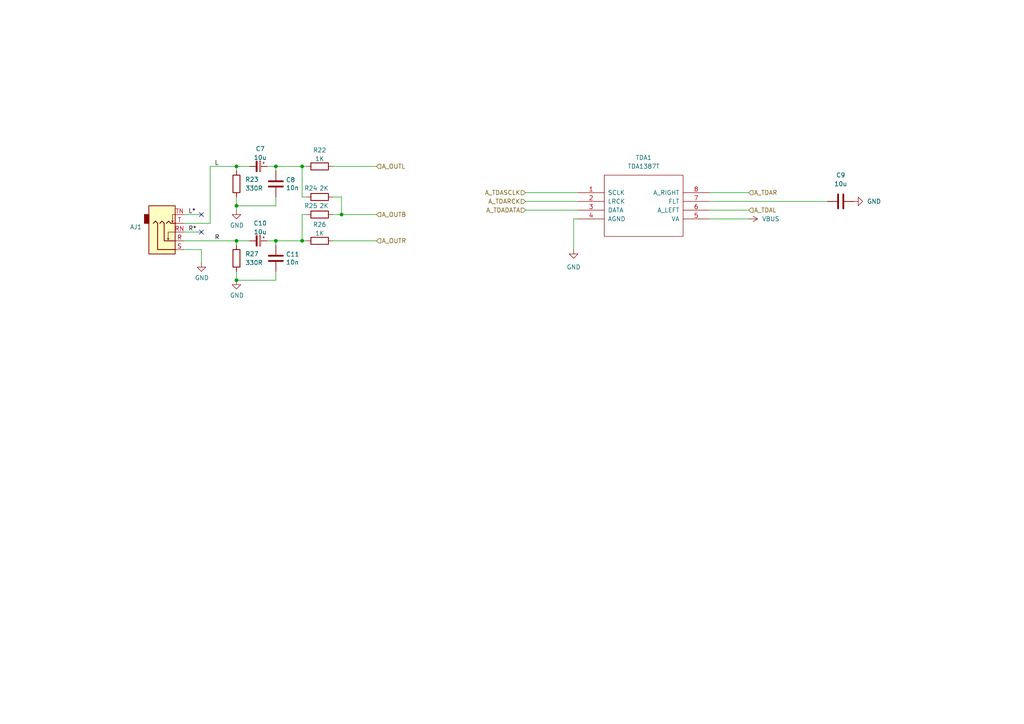
<source format=kicad_sch>
(kicad_sch (version 20250114) (generator "eeschema") (generator_version "9.0")
  (paper "A4")
  (title_block (title "FRANK M1") (date "2025-03-03") (rev "1.14") (company "Mikhail Matveev") (comment 1 "https://github.com/xtremespb/frank"))
  (lib_symbols
    (symbol "Device:C" (pin_numbers (hide yes)) (pin_names (offset 0.254))
      (property "Reference" "C" (at 0.635 2.54 0))
      (property "Value" "C" (at 0.635 -2.54 0))
      (symbol "C_0_1"
        (polyline (pts (xy -2.032 0.762) (xy 2.032 0.762)) (stroke (width 0.508)))
        (polyline (pts (xy -2.032 -0.762) (xy 2.032 -0.762)) (stroke (width 0.508)))
      )
      (symbol "C_1_1"
        (pin passive line (at 0 3.81 270) (length 2.794) (name "~") (number "1"))
        (pin passive line (at 0 -3.81 90) (length 2.794) (name "~") (number "2"))
      )
    )
    (symbol "Device:C_Polarized_Small" (pin_numbers (hide yes)) (pin_names (offset 0.254) (hide yes))
      (property "Reference" "C" (at 0.254 1.778 0))
      (property "Value" "C_Polarized_Small" (at 0.254 -2.032 0))
      (symbol "C_Polarized_Small_0_1"
        (rectangle (start -1.524 0.6858) (end 1.524 0.3048))
        (rectangle (start -1.524 -0.3048) (end 1.524 -0.6858) (fill (type outline)))
        (polyline (pts (xy -1.27 1.524) (xy -0.762 1.524)))
        (polyline (pts (xy -1.016 1.27) (xy -1.016 1.778)))
      )
      (symbol "C_Polarized_Small_1_1"
        (pin passive line (at 0 2.54 270) (length 1.8542) (name "~") (number "1"))
        (pin passive line (at 0 -2.54 90) (length 1.8542) (name "~") (number "2"))
      )
    )
    (symbol "Device:R" (pin_numbers (hide yes)) (pin_names (offset 0))
      (property "Reference" "R" (at 2.032 0 90))
      (property "Value" "R" (at 0 0 90))
      (symbol "R_0_1"
        (rectangle (start -1.016 -2.54) (end 1.016 2.54) (stroke (width 0.254)))
      )
      (symbol "R_1_1"
        (pin passive line (at 0 3.81 270) (length 1.27) (name "~") (number "1"))
        (pin passive line (at 0 -3.81 90) (length 1.27) (name "~") (number "2"))
      )
    )
    (symbol "FRANK:AudioJack_3.5mm"
      (property "Reference" "AJ2" (at -7.1119 -4.0097 0))
      (symbol "AudioJack_3.5mm_0_1"
        (rectangle (start -5.08 -5.08) (end -6.35 -7.62) (stroke (width 0.254)) (fill (type outline)))
        (polyline (pts (xy -1.905 -5.08) (xy -1.27 -5.715) (xy -0.635 -5.08) (xy -0.635 0) (xy 2.54 0)) (stroke (width 0.254)))
        (polyline (pts (xy 0 -5.08) (xy 0.635 -5.715) (xy 1.27 -5.08) (xy 2.54 -5.08)) (stroke (width 0.254)))
        (polyline (pts (xy 0.508 -0.254) (xy 0.762 -0.762)))
        (polyline (pts (xy 1.778 -5.334) (xy 2.032 -5.842)))
        (rectangle (start 2.54 3.81) (end -5.08 -10.16) (stroke (width 0.254)) (fill (type background)))
        (polyline (pts (xy 2.54 2.54) (xy -2.54 2.54) (xy -2.54 -5.08) (xy -3.175 -5.715) (xy -3.81 -5.08)) (stroke (width 0.254)))
        (polyline (pts (xy 2.54 -2.54) (xy 0.508 -2.54) (xy 0.508 -0.254) (xy 0.254 -0.762)))
        (polyline (pts (xy 2.54 -7.62) (xy 1.778 -7.62) (xy 1.778 -5.334) (xy 1.524 -5.842)))
      )
      (symbol "AudioJack_3.5mm_1_1"
        (pin passive line (at 5.08 2.54 180) (length 2.54) (name "~") (number "S"))
        (pin passive line (at 5.08 0 180) (length 2.54) (name "~") (number "R"))
        (pin passive line (at 5.08 -2.54 180) (length 2.54) (name "~") (number "RN"))
        (pin passive line (at 5.08 -5.08 180) (length 2.54) (name "~") (number "T"))
        (pin passive line (at 5.08 -7.62 180) (length 2.54) (name "~") (number "TN"))
      )
    )
    (symbol "FRANK:TDA1387T" (pin_names (offset 1.016))
      (property "Reference" "TDA1" (at 0 13.97 0))
      (property "Value" "TDA1387T" (at 0 11.43 0))
      (symbol "TDA1387T_1_0"
        (rectangle (start -11.43 -8.89) (end 11.43 8.89))
      )
      (symbol "TDA1387T_1_1"
        (pin input line (at -19.05 3.81 0) (length 7.62) (name "SCLK") (number "1"))
        (pin input line (at -19.05 1.27 0) (length 7.62) (name "LRCK") (number "2"))
        (pin input line (at -19.05 -1.27 0) (length 7.62) (name "DATA") (number "3"))
        (pin input line (at -19.05 -3.81 0) (length 7.62) (name "AGND") (number "4"))
        (pin input line (at 19.05 3.81 180) (length 7.62) (name "A_RIGHT") (number "8"))
        (pin input line (at 19.05 1.27 180) (length 7.62) (name "FLT") (number "7"))
        (pin input line (at 19.05 -1.27 180) (length 7.62) (name "A_LEFT") (number "6"))
        (pin input line (at 19.05 -3.81 180) (length 7.62) (name "VA") (number "5"))
      )
    )
    (symbol "GND_1" (power) (pin_numbers (hide yes)) (pin_names (offset 0) (hide yes))
      (property "Value" "GND" (at 0 -3.81 0))
      (symbol "GND_1_0_1"
        (polyline (pts (xy 0 0) (xy 0 -1.27) (xy 1.27 -1.27) (xy 0 -2.54) (xy -1.27 -1.27) (xy 0 -1.27)))
      )
      (symbol "GND_1_1_1"
        (pin power_in line (at 0 0 270) (length 0) (name "~") (number "1"))
      )
    )
    (symbol "GND_2" (power) (pin_numbers (hide yes)) (pin_names (offset 0) (hide yes))
      (property "Value" "GND" (at 0 -3.81 0))
      (symbol "GND_2_0_1"
        (polyline (pts (xy 0 0) (xy 0 -1.27) (xy 1.27 -1.27) (xy 0 -2.54) (xy -1.27 -1.27) (xy 0 -1.27)))
      )
      (symbol "GND_2_1_1"
        (pin power_in line (at 0 0 270) (length 0) (name "~") (number "1"))
      )
    )
    (symbol "GND_3" (power) (pin_numbers (hide yes)) (pin_names (offset 0) (hide yes))
      (property "Value" "GND" (at 0 -3.81 0))
      (symbol "GND_3_0_1"
        (polyline (pts (xy 0 0) (xy 0 -1.27) (xy 1.27 -1.27) (xy 0 -2.54) (xy -1.27 -1.27) (xy 0 -1.27)))
      )
      (symbol "GND_3_1_1"
        (pin power_in line (at 0 0 270) (length 0) (name "~") (number "1"))
      )
    )
    (symbol "GND_6" (power) (pin_numbers (hide yes)) (pin_names (offset 0) (hide yes))
      (property "Value" "GND" (at 0 -3.81 0))
      (symbol "GND_6_0_1"
        (polyline (pts (xy 0 0) (xy 0 -1.27) (xy 1.27 -1.27) (xy 0 -2.54) (xy -1.27 -1.27) (xy 0 -1.27)))
      )
      (symbol "GND_6_1_1"
        (pin power_in line (at 0 0 270) (length 0) (name "~") (number "1"))
      )
    )
    (symbol "power:GND" (power) (pin_numbers (hide yes)) (pin_names (offset 0) (hide yes))
      (property "Value" "GND" (at 0 -3.81 0))
      (symbol "GND_0_1"
        (polyline (pts (xy 0 0) (xy 0 -1.27) (xy 1.27 -1.27) (xy 0 -2.54) (xy -1.27 -1.27) (xy 0 -1.27)))
      )
      (symbol "GND_1_1"
        (pin power_in line (at 0 0 270) (length 0) (name "~") (number "1"))
      )
    )
    (symbol "power:VBUS" (power) (pin_numbers (hide yes)) (pin_names (offset 0) (hide yes))
      (property "Value" "VBUS" (at 0 3.556 0))
      (symbol "VBUS_0_1"
        (polyline (pts (xy -0.762 1.27) (xy 0 2.54)))
        (polyline (pts (xy 0 2.54) (xy 0.762 1.27)))
        (polyline (pts (xy 0 0) (xy 0 2.54)))
      )
      (symbol "VBUS_1_1"
        (pin power_in line (at 0 0 90) (length 0) (name "~") (number "1"))
      )
    )
  )
  (junction (at 68.58 48.26))
  (junction (at 87.63 69.85))
  (junction (at 68.58 59.69))
  (junction (at 99.06 62.23))
  (junction (at 68.58 81.28))
  (junction (at 80.01 69.85))
  (junction (at 68.58 69.85))
  (junction (at 87.63 48.26))
  (junction (at 80.01 48.26))
  (no_connect (at 58.42 62.23))
  (no_connect (at 58.42 67.31))
  (wire (pts (xy 80.01 69.85) (xy 87.63 69.85)))
  (wire (pts (xy 80.01 69.85) (xy 77.47 69.85)))
  (wire (pts (xy 80.01 48.26) (xy 87.63 48.26)))
  (wire (pts (xy 60.96 48.26) (xy 68.58 48.26)))
  (wire (pts (xy 152.4 55.88) (xy 167.64 55.88)))
  (wire (pts (xy 88.9 62.23) (xy 87.63 62.23)))
  (wire (pts (xy 80.01 81.28) (xy 68.58 81.28)))
  (wire (pts (xy 53.34 72.39) (xy 58.42 72.39)))
  (wire (pts (xy 68.58 57.15) (xy 68.58 59.69)))
  (wire (pts (xy 87.63 69.85) (xy 88.9 69.85)))
  (wire (pts (xy 80.01 59.69) (xy 68.58 59.69)))
  (wire (pts (xy 80.01 48.26) (xy 77.47 48.26)))
  (wire (pts (xy 53.34 64.77) (xy 60.96 64.77)))
  (wire (pts (xy 205.74 60.96) (xy 217.17 60.96)))
  (wire (pts (xy 53.34 69.85) (xy 68.58 69.85)))
  (wire (pts (xy 152.4 60.96) (xy 167.64 60.96)))
  (wire (pts (xy 87.63 48.26) (xy 88.9 48.26)))
  (wire (pts (xy 72.39 69.85) (xy 68.58 69.85)))
  (wire (pts (xy 99.06 62.23) (xy 96.52 62.23)))
  (wire (pts (xy 80.01 49.53) (xy 80.01 48.26)))
  (wire (pts (xy 80.01 57.15) (xy 80.01 59.69)))
  (wire (pts (xy 88.9 57.15) (xy 87.63 57.15)))
  (wire (pts (xy 205.74 63.5) (xy 217.17 63.5)))
  (wire (pts (xy 68.58 48.26) (xy 68.58 49.53)))
  (wire (pts (xy 68.58 59.69) (xy 68.58 60.96)))
  (wire (pts (xy 205.74 55.88) (xy 217.17 55.88)))
  (wire (pts (xy 96.52 48.26) (xy 109.22 48.26)))
  (wire (pts (xy 68.58 69.85) (xy 68.58 71.12)))
  (wire (pts (xy 96.52 57.15) (xy 99.06 57.15)))
  (wire (pts (xy 96.52 69.85) (xy 109.22 69.85)))
  (wire (pts (xy 205.74 58.42) (xy 240.03 58.42)))
  (wire (pts (xy 60.96 48.26) (xy 60.96 64.77)))
  (wire (pts (xy 68.58 78.74) (xy 68.58 81.28)))
  (wire (pts (xy 99.06 62.23) (xy 109.22 62.23)))
  (wire (pts (xy 99.06 57.15) (xy 99.06 62.23)))
  (wire (pts (xy 80.01 78.74) (xy 80.01 81.28)))
  (wire (pts (xy 58.42 72.39) (xy 58.42 76.2)))
  (wire (pts (xy 72.39 48.26) (xy 68.58 48.26)))
  (wire (pts (xy 53.34 67.31) (xy 58.42 67.31)))
  (wire (pts (xy 80.01 71.12) (xy 80.01 69.85)))
  (wire (pts (xy 167.64 63.5) (xy 166.37 63.5)))
  (wire (pts (xy 53.34 62.23) (xy 58.42 62.23)))
  (wire (pts (xy 152.4 58.42) (xy 167.64 58.42)))
  (wire (pts (xy 87.63 62.23) (xy 87.63 69.85)))
  (wire (pts (xy 166.37 63.5) (xy 166.37 72.39)))
  (wire (pts (xy 87.63 48.26) (xy 87.63 57.15)))
  (label "L" (at 62.23 48.26 0))
  (label "R" (at 62.23 69.85 0))
  (label "L*" (at 54.61 62.23 0))
  (label "R*" (at 54.61 67.31 0))
  (hierarchical_label "A_OUTL" (shape input) (at 109.22 48.26 0))
  (hierarchical_label "A_OUTB" (shape input) (at 109.22 62.23 0))
  (hierarchical_label "A_TDAL" (shape input) (at 217.17 60.96 0))
  (hierarchical_label "A_TDASCLK" (shape input) (at 152.4 55.88 180))
  (hierarchical_label "A_TDAR" (shape input) (at 217.17 55.88 0))
  (hierarchical_label "A_TDARCK" (shape input) (at 152.4 58.42 180))
  (hierarchical_label "A_OUTR" (shape input) (at 109.22 69.85 0))
  (hierarchical_label "A_TDADATA" (shape input) (at 152.4 60.96 180))
  (symbol (lib_id "power:GND") (at 166.37 72.39 0) (unit 1)
    (property "Reference" "#PWR045" (effects (hide yes)))
    (property "Value" "GND" (at 166.37 77.47 0))
    (property "Description" "Power symbol creates a global label with name \"GND\" , ground" (effects (hide yes)))
  )
  (symbol (lib_id "Device:R") (at 92.71 57.15 90) (unit 1)
    (property "Reference" "R24" (at 90.17 54.61 90))
    (property "Value" "2K" (at 93.98 54.61 90))
    (property "Footprint" "FRANK:Resistor (0805)" (effects (hide yes)))
    (property "Datasheet" "https://www.vishay.com/docs/28952/mcs0402at-mct0603at-mcu0805at-mca1206at.pdf" (effects (hide yes)))
    (property "AliExpress" "https://www.aliexpress.com/item/1005005945735199.html" (effects (hide yes)))
  )
  (symbol (lib_id "Device:C_Polarized_Small") (at 74.93 69.85 270) (unit 1)
    (property "Reference" "C10" (at 75.4761 64.7532 90))
    (property "Value" "10u" (at 75.4761 67.2901 90))
    (property "Footprint" "FRANK:Capacitor (3528, tantalum, polar)" (effects (hide yes)))
    (property "Datasheet" "https://eu.mouser.com/datasheet/2/447/KEM_T2005_T491-3316937.pdf" (effects (hide yes)))
    (property "AliExpress" "https://www.aliexpress.com/item/1005006870280809.html" (effects (hide yes)))
  )
  (symbol (lib_id "Device:C") (at 243.84 58.42 90) (unit 1)
    (property "Reference" "C9" (at 243.84 50.8 90))
    (property "Value" "10u" (at 243.84 53.34 90))
    (property "Footprint" "FRANK:Capacitor (0805)" (effects (hide yes)))
    (property "Description" "Unpolarized capacitor" (effects (hide yes)))
    (property "AliExpress" "https://www.aliexpress.com/item/1005006870280809.html" (effects (hide yes)))
  )
  (symbol (lib_id "Device:R") (at 92.71 69.85 90) (unit 1)
    (property "Reference" "R26" (at 92.71 65.1342 90))
    (property "Value" "1K" (at 92.71 67.6711 90))
    (property "Footprint" "FRANK:Resistor (0805)" (effects (hide yes)))
    (property "Datasheet" "https://www.vishay.com/docs/28952/mcs0402at-mct0603at-mcu0805at-mca1206at.pdf" (effects (hide yes)))
    (property "AliExpress" "https://www.aliexpress.com/item/1005005945735199.html" (effects (hide yes)))
  )
  (symbol (lib_id "Device:R") (at 68.58 74.93 0) (unit 1)
    (property "Reference" "R27" (at 71.12 73.6599 0) (effects (justify left)))
    (property "Value" "330R" (at 71.12 76.1999 0) (effects (justify left)))
    (property "Footprint" "FRANK:Resistor (0805)" (effects (hide yes)))
    (property "Datasheet" "https://www.vishay.com/docs/28952/mcs0402at-mct0603at-mcu0805at-mca1206at.pdf" (effects (hide yes)))
    (property "AliExpress" "https://www.aliexpress.com/item/1005005945735199.html" (effects (hide yes)))
  )
  (symbol (lib_id "Device:R") (at 92.71 62.23 90) (unit 1)
    (property "Reference" "R25" (at 90.17 59.69 90))
    (property "Value" "2K" (at 93.98 59.69 90))
    (property "Footprint" "FRANK:Resistor (0805)" (effects (hide yes)))
    (property "Datasheet" "https://www.vishay.com/docs/28952/mcs0402at-mct0603at-mcu0805at-mca1206at.pdf" (effects (hide yes)))
    (property "AliExpress" "https://www.aliexpress.com/item/1005005945735199.html" (effects (hide yes)))
  )
  (symbol (lib_name "GND_3") (lib_id "power:GND") (at 68.58 60.96 0) (unit 1)
    (property "Reference" "#PWR043" (effects (hide yes)))
    (property "Value" "GND" (at 68.707 65.3542 0))
    (property "Description" "Power symbol creates a global label with name \"GND\" , ground" (effects (hide yes)))
  )
  (symbol (lib_id "Device:R") (at 92.71 48.26 90) (unit 1)
    (property "Reference" "R22" (at 92.71 43.5442 90))
    (property "Value" "1K" (at 92.71 46.0811 90))
    (property "Footprint" "FRANK:Resistor (0805)" (effects (hide yes)))
    (property "Datasheet" "https://www.vishay.com/docs/28952/mcs0402at-mct0603at-mcu0805at-mca1206at.pdf" (effects (hide yes)))
    (property "AliExpress" "https://www.aliexpress.com/item/1005005945735199.html" (effects (hide yes)))
  )
  (symbol (lib_id "FRANK:TDA1387T") (at 186.69 59.69 0) (unit 1)
    (property "Reference" "TDA1" (at 186.69 45.72 0))
    (property "Value" "TDA1387T" (at 186.69 48.26 0))
    (property "Footprint" "FRANK:SOIC-8" (effects (hide yes)))
    (property "Datasheet" "https://github.com/xtremespb/frank/raw/refs/heads/minifrank_rev2/DOCS/TDA1387T.pdf" (effects (hide yes)))
    (property "AliExpress" "https://www.aliexpress.com/item/32995595000.html" (effects (hide yes)))
  )
  (symbol (lib_name "GND_6") (lib_id "power:GND") (at 247.65 58.42 90) (unit 1)
    (property "Reference" "#PWR042" (effects (hide yes)))
    (property "Value" "GND" (at 251.46 58.4199 90) (effects (justify right)))
    (property "Description" "Power symbol creates a global label with name \"GND\" , ground" (effects (hide yes)))
  )
  (symbol (lib_id "FRANK:AudioJack_3.5mm") (at 48.26 69.85 0) (mirror x) (unit 1)
    (property "Reference" "AJ1" (at 41.1481 65.8403 0) (effects (justify right)))
    (property "Value" "SJ1-353XNG" (effects (hide yes)))
    (property "Footprint" "FRANK:Jack (3.5mm, PJ-320D)" (effects (hide yes)))
    (property "Datasheet" "https://eu.mouser.com/datasheet/2/1628/sj1_353xng-3511142.pdf" (effects (hide yes)))
    (property "AliExpress" "https://www.aliexpress.com/item/1005006710837751.html" (effects (hide yes)))
  )
  (symbol (lib_id "power:VBUS") (at 217.17 63.5 270) (unit 1)
    (property "Reference" "#PWR044" (effects (hide yes)))
    (property "Value" "VBUS" (at 220.98 63.4999 90) (effects (justify left)))
    (property "Description" "Power symbol creates a global label with name \"VBUS\"" (effects (hide yes)))
  )
  (symbol (lib_id "Device:C") (at 80.01 74.93 0) (unit 1)
    (property "Reference" "C11" (at 82.931 73.7616 0) (effects (justify left)))
    (property "Value" "10n" (at 82.931 76.073 0) (effects (justify left)))
    (property "Footprint" "FRANK:Capacitor (0805)" (effects (hide yes)))
    (property "Datasheet" "https://eu.mouser.com/datasheet/2/40/KGM_X7R-3223212.pdf" (effects (hide yes)))
    (property "AliExpress" "https://www.aliexpress.com/item/33008008276.html" (effects (hide yes)))
  )
  (symbol (lib_id "Device:C") (at 80.01 53.34 0) (unit 1)
    (property "Reference" "C8" (at 82.931 52.1716 0) (effects (justify left)))
    (property "Value" "10n" (at 82.931 54.483 0) (effects (justify left)))
    (property "Footprint" "FRANK:Capacitor (0805)" (effects (hide yes)))
    (property "Datasheet" "https://eu.mouser.com/datasheet/2/40/KGM_X7R-3223212.pdf" (effects (hide yes)))
    (property "AliExpress" "https://www.aliexpress.com/item/33008008276.html" (effects (hide yes)))
  )
  (symbol (lib_id "Device:C_Polarized_Small") (at 74.93 48.26 270) (unit 1)
    (property "Reference" "C7" (at 75.4761 43.1632 90))
    (property "Value" "10u" (at 75.4761 45.7001 90))
    (property "Footprint" "FRANK:Capacitor (3528, tantalum, polar)" (effects (hide yes)))
    (property "Datasheet" "https://eu.mouser.com/datasheet/2/447/KEM_T2005_T491-3316937.pdf" (effects (hide yes)))
    (property "AliExpress" "https://www.aliexpress.com/item/1005006870280809.html" (effects (hide yes)))
  )
  (symbol (lib_name "GND_2") (lib_id "power:GND") (at 68.58 81.28 0) (unit 1)
    (property "Reference" "#PWR047" (effects (hide yes)))
    (property "Value" "GND" (at 68.707 85.6742 0))
    (property "Description" "Power symbol creates a global label with name \"GND\" , ground" (effects (hide yes)))
  )
  (symbol (lib_id "Device:R") (at 68.58 53.34 0) (unit 1)
    (property "Reference" "R23" (at 71.12 52.0699 0) (effects (justify left)))
    (property "Value" "330R" (at 71.12 54.6099 0) (effects (justify left)))
    (property "Footprint" "FRANK:Resistor (0805)" (effects (hide yes)))
    (property "Datasheet" "https://www.vishay.com/docs/28952/mcs0402at-mct0603at-mcu0805at-mca1206at.pdf" (effects (hide yes)))
    (property "AliExpress" "https://www.aliexpress.com/item/1005005945735199.html" (effects (hide yes)))
  )
  (symbol (lib_name "GND_1") (lib_id "power:GND") (at 58.42 76.2 0) (unit 1)
    (property "Reference" "#PWR046" (effects (hide yes)))
    (property "Value" "GND" (at 58.547 80.5942 0))
    (property "Description" "Power symbol creates a global label with name \"GND\" , ground" (effects (hide yes)))
  )
)
</source>
